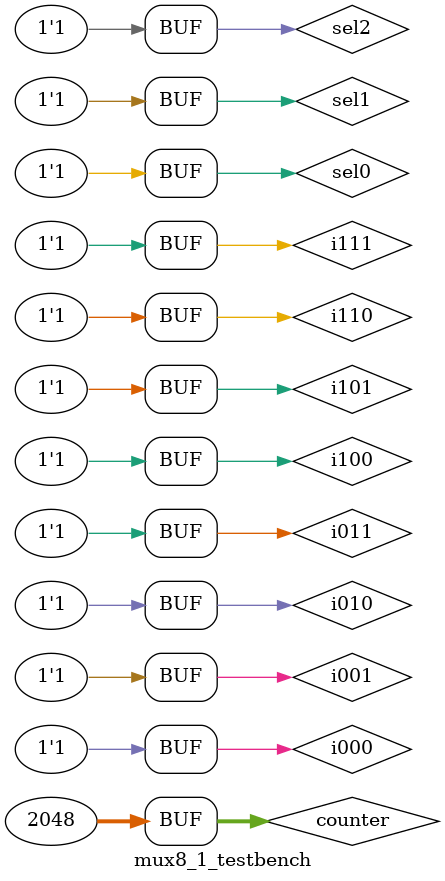
<source format=sv>
module mux8_1 (
	output out,
	input i000, i001, i010, i011, i100, i101, i110, i111,
	input sel0, sel1, sel2
);
	wire v0, v1;
	mux2_1 m0(.out(v0), .i00(i000), .i01(i001), .i10(i010), .i11(i011), .sel0, .sel1);
	mux2_1 m1(.out(v1), .i00(i100), .i01(i101), .i10(i110), .i11(i111), .sel0, .sel1);
	mux2_1 m(.out(out), .i0(v0) , .i1(v1) , .sel(sel2));
endmodule

module mux8_1_testbench();
		reg i000, i001, i010, i011, i100, i101, i110, i111;
		reg sel0, sel1, sel2;
		wire out;
		
		mux8_1 dut (.out, .i000, .i001, .i010, .i011, .i100, .i101, .i110, .i111, .sel0, .sel1, .sel2);
		
		integer counter;
		initial begin
				for (counter = 0; counter < 2048; counter++) begin
						{sel2, sel1, sel0, i000, i001, i010, i011, i100, i101, i110, i111} = counter; #10;
				end
		end
endmodule	
</source>
